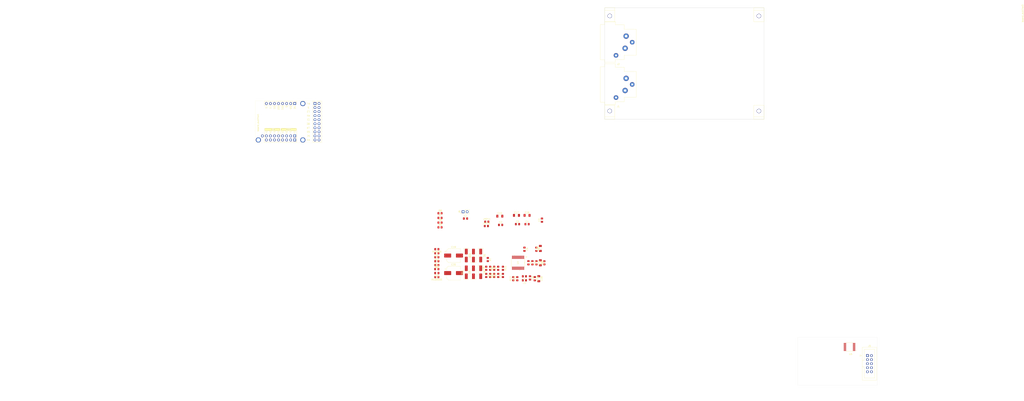
<source format=kicad_pcb>
(kicad_pcb (version 20241229) (generator "pcbnew") (generator_version "9.0")
  (layers (0 "F.Cu" signal) (2 "B.Cu" signal) (13 "F.Paste" user) (15 "B.Paste" user) (5 "F.SilkS" user "F.Silkscreen") (7 "B.SilkS" user "B.Silkscreen") (1 "F.Mask" user) (3 "B.Mask" user) (25 "Edge.Cuts" user))
  (net 0 "")
  (net 2 "34_RX8_RESET2")
  (net 3 "MCLK1+TDM1")
  (net 4 "/AUDIO_IN1P")
  (net 6 "GND")
  (net 8 "7_OUT1A+")
  (net 9 "SDA0")
  (net 12 "8_IN1")
  (net 15 "SCL0")
  (net 18 "BCLK1+TDM1")
  (net 21 "/AUDIO_OUTP")
  (net 24 "3.3V Teensy")
  (net 25 "35_TX8_RESET")
  (net 26 "/AUDIO_IN2P")
  (net 27 "/AUDIO_OUT2P")
  (net 28 "5V")
  (net 33 "LRCK1+TDM1")
  (net 42 "+48v")
  (net 43 "GNDPWR")
  (net 44 "VCC")
  (net 45 "Earth")
  (net 46 "-VA")
  (net 63 "+VA")
  (net 64 "Net-(U1-CS11)")
  (net 65 "Net-(U1-CS12)")
  (net 66 "Net-(U1-CS22)")
  (net 67 "Net-(U1-CS21)")
  (net 68 "Net-(J7-Pin_4)")
  (net 69 "Net-(C10-Pad1)")
  (net 70 "Net-(U1-VD-)")
  (net 71 "Net-(C19-Pad1)")
  (net 72 "Net-(C19-Pad2)")
  (net 73 "G")
  (net 74 "+48V")
  (net 75 "+12V")
  (net 76 "-12V")
  (net 77 "Net-(C20-Pad1)")
  (net 78 "Net-(C20-Pad2)")
  (net 79 "VIO1+")
  (net 80 "VIN1-")
  (net 81 "Net-(D6-A)")
  (net 82 "+5VA")
  (net 83 "-5VA")
  (net 84 "Net-(D8-A)")
  (net 85 "Net-(U1-VCOMIN)")
  (net 86 "SDI")
  (net 87 "SCLK")
  (net 88 "SDO")
  (net 89 "GPO3")
  (net 90 "CS")
  (net 91 "Net-(U1-VOUT+)")
  (net 92 "OVR")
  (net 93 "GPO2")
  (net 94 "Net-(U1-VIN-)")
  (net 95 "Net-(U1-VOUT-)")
  (net 96 "GPO4")
  (net 97 "Net-(U1-VIN+)")
  (net 98 "GPO1")
  (net 99 "Net-(CC1-Pad2)")
  (net 100 "Net-(CC2-Pad2)")
  (net 101 "Net-(J96-Pad2)")
  (net 102 "Net-(J97-Pad2)")
  (net 103 "Net-(J98-Pad2)")
  (net 104 "Net-(J99-Pad2)")
  (net 105 "SHIELD")
  (net 106 "Net-(R10-Pad2)")
  (net 107 "Net-(R11-Pad2)")
  (net 108 "VOUT+")
  (net 109 "VOUT-")
  (net 110 "Net-(J8-Pad2)")
  (footprint "Diode_SMD:D_SMA_Handsoldering" (layer "F.Cu") (at -67 181 90)
    (property "Reference" "D9" (at 0 -2.5 90) (layer "F.SilkS"))
    (property "Value" "~")
    (pad "1" smd roundrect (at -2.5 0 90) (size 3.5 1.8) (layers "F.Cu" "F.Mask" "F.Paste") (roundrect_rratio 0.1388888889) (net 84 "Net-(D8-A)"))
    (pad "2" smd roundrect (at 2.5 0 90) (size 3.5 1.8) (layers "F.Cu" "F.Mask" "F.Paste") (roundrect_rratio 0.1388888889) (net 83 "-5VA"))
  )
  (footprint "project_fp:R_0805_2012Metric_Pad1.20x1.40mm_HandSolder" (layer "F.Cu") (at -42 185.0375 90)
    (property "Reference" "R12" (at 0 -1.65 90) (layer "F.SilkS"))
    (property "Value" "0 ohm")
    (pad "1" smd roundrect (at -1 0 90) (size 1.2 1.4) (layers "F.Cu" "F.Mask" "F.Paste") (roundrect_rratio 0.208333) (net 108 "VOUT+"))
    (pad "2" smd roundrect (at 1 0 90) (size 1.2 1.4) (layers "F.Cu" "F.Mask" "F.Paste") (roundrect_rratio 0.208333) (net 91 "Net-(U1-VOUT+)"))
  )
  (footprint "project_fp:R_0805_2012Metric_Pad1.20x1.40mm_HandSolder" (layer "F.Cu") (at -90 174 180)
    (property "Reference" "R17" (at 0 -1.65 0) (layer "F.SilkS"))
    (property "Value" "6.81k")
    (pad "1" smd roundrect (at -1 0 180) (size 1.2 1.4) (layers "F.Cu" "F.Mask" "F.Paste") (roundrect_rratio 0.208333) (net 80 "VIN1-"))
    (pad "2" smd roundrect (at 1 0 180) (size 1.2 1.4) (layers "F.Cu" "F.Mask" "F.Paste") (roundrect_rratio 0.208333) (net 42 "+48v"))
  )
  (footprint "project_fp:R_0805_2012Metric_Pad1.20x1.40mm_HandSolder" (layer "F.Cu") (at -58.9 151.975)
    (property "Reference" "JMP10" (at 0 -1.65 0) (layer "F.SilkS"))
    (property "Value" "0")
    (pad "1" smd roundrect (at -1 0) (size 1.2 1.4) (layers "F.Cu" "F.Mask" "F.Paste") (roundrect_rratio 0.208333) (net 45 "Earth"))
    (pad "2" smd roundrect (at 1 0) (size 1.2 1.4) (layers "F.Cu" "F.Mask" "F.Paste") (roundrect_rratio 0.208333) (net 6 "GND"))
  )
  (footprint "project_fp:R_0805_2012Metric_Pad1.20x1.40mm_HandSolder" (layer "F.Cu") (at -35 183.5375 180)
    (property "Reference" "J4" (at 0 -1.65 0) (layer "F.SilkS"))
    (property "Value" "0")
    (pad "1" smd roundrect (at -1 0 180) (size 1.2 1.4) (layers "F.Cu" "F.Mask" "F.Paste") (roundrect_rratio 0.208333) (net 45 "Earth"))
    (pad "2" smd roundrect (at 1 0 180) (size 1.2 1.4) (layers "F.Cu" "F.Mask" "F.Paste") (roundrect_rratio 0.208333) (net 85 "Net-(U1-VCOMIN)"))
  )
  (footprint "project_fp:audio_project_board_outline_100x70" (layer "F.Cu") (at 115.4175 84.9081 90)
    (property "Reference" "board_outline3" (at 66.414 162.40148 270) (layer "F.SilkS"))
    (property "Value" "board_outline")
    (fp_line (start 0 -100) (end 70 -100) (stroke (width 0.12)) (layer "Edge.Cuts"))
    (fp_line (start 70 0) (end 70 -100) (stroke (width 0.12)) (layer "Edge.Cuts"))
    (fp_line (start 0 0) (end 0 -100) (stroke (width 0.12)) (layer "Edge.Cuts"))
    (fp_line (start 0 0) (end 70 0) (stroke (width 0.12)) (layer "Edge.Cuts"))
    (pad "1" thru_hole circle (at 5.1562 -3.175 270) (size 2.75 2.75) (drill 2.45) (layers "*.Cu" "*.Mask"))
    (pad "1" thru_hole circle (at 5.1751 -96.85 270) (size 2.75 2.75) (drill 2.45) (layers "*.Cu" "*.Mask"))
    (pad "1" thru_hole circle (at 64.825 -3.175 90) (size 2.75 2.75) (drill 2.45) (layers "*.Cu" "*.Mask"))
    (pad "1" thru_hole circle (at 64.85 -96.8 90) (size 2.75 2.75) (drill 2.45) (layers "*.Cu" "*.Mask"))
  )
  (footprint "project_fp:R_0805_2012Metric_Pad1.20x1.40mm_HandSolder" (layer "F.Cu") (at -51.45 183 90)
    (property "Reference" "CC1" (at 0 -1.65 90) (layer "F.SilkS"))
    (property "Value" "0")
    (pad "1" smd roundrect (at -1 0 90) (size 1.2 1.4) (layers "F.Cu" "F.Mask" "F.Paste") (roundrect_rratio 0.208333) (net 97 "Net-(U1-VIN+)"))
    (pad "2" smd roundrect (at 1 0 90) (size 1.2 1.4) (layers "F.Cu" "F.Mask" "F.Paste") (roundrect_rratio 0.208333) (net 99 "Net-(CC1-Pad2)"))
  )
  (footprint "Capacitor_SMD:C_0805_2012Metric_Pad1.18x1.45mm_HandSolder" (layer "F.Cu") (at -31.5 184.5375 -90)
    (property "Reference" "C8" (at 0 -1.68 90) (layer "F.SilkS"))
    (property "Value" "0.1uF")
    (pad "1" smd roundrect (at -1.0375 0 270) (size 1.175 1.45) (layers "F.Cu" "F.Mask" "F.Paste") (roundrect_rratio 0.212766) (net 45 "Earth"))
    (pad "2" smd roundrect (at 1.0375 0 270) (size 1.175 1.45) (layers "F.Cu" "F.Mask" "F.Paste") (roundrect_rratio 0.212766) (net 68 "Net-(J7-Pin_4)"))
  )
  (footprint "Capacitor_SMD:C_0805_2012Metric_Pad1.18x1.45mm_HandSolder" (layer "F.Cu") (at -35 166.5375 -90)
    (property "Reference" "C6" (at 0 -1.68 90) (layer "F.SilkS"))
    (property "Value" "0.1uF")
    (pad "1" smd roundrect (at -1.0375 0 270) (size 1.175 1.45) (layers "F.Cu" "F.Mask" "F.Paste") (roundrect_rratio 0.212766) (net 65 "Net-(U1-CS12)"))
    (pad "2" smd roundrect (at 1.0375 0 270) (size 1.175 1.45) (layers "F.Cu" "F.Mask" "F.Paste") (roundrect_rratio 0.212766) (net 64 "Net-(U1-CS11)"))
  )
  (footprint "Diode_SMD:D_SMA_Handsoldering" (layer "F.Cu") (at -71.5 181 90)
    (property "Reference" "D11" (at 0 -2.5 90) (layer "F.SilkS"))
    (property "Value" "S1DB")
    (pad "1" smd roundrect (at -2.5 0 90) (size 3.5 1.8) (layers "F.Cu" "F.Mask" "F.Paste") (roundrect_rratio 0.1388888889) (net 45 "Earth"))
    (pad "2" smd roundrect (at 2.5 0 90) (size 3.5 1.8) (layers "F.Cu" "F.Mask" "F.Paste") (roundrect_rratio 0.1388888889) (net 83 "-5VA"))
  )
  (footprint "project_fp:audio_module_board_outline_50x34.5_d1_mod" (layer "F.Cu") (at -162.0075 73.27 180)
    (property "Reference" "board_outline1" (at 40.25 -13.75 90) (layer "F.SilkS"))
    (property "Value" "TAC5212 Module" (hide yes))
    (fp_text user "SD" (at 19.76 -4.405 270) (layer "F.SilkS"))
    (fp_text user "IN" (at 30.8 -18 180) (layer "F.SilkS" knockout))
    (fp_text user "1+" (at 17.28 -20.005 270) (layer "F.SilkS"))
    (fp_text user "2-" (at 24.9 -20.1 270) (layer "F.SilkS"))
    (fp_text user "OUT" (at 21.2 -18 180) (layer "F.SilkS" knockout))
    (fp_text user "IO2" (at 27.38 -4.5 270) (layer "F.SilkS"))
    (fp_text user "RX" (at 8.64 -9.335 180) (layer "F.SilkS"))
    (fp_text user "G" (at 35 -4.405 270) (layer "F.SilkS"))
    (fp_text user "IO1" (at 24.84 -4.5 270) (layer "F.SilkS"))
    (fp_text user "1-" (at 29.98 -20.005 270) (layer "F.SilkS"))
    (fp_text user "R" (at 8.05 -1.8 180) (layer "F.SilkS"))
    (fp_text user "2-" (at 35.06 -20.005 270) (layer "F.SilkS"))
    (fp_text user "TX" (at 8.64 -11.875 180) (layer "F.SilkS"))
    (fp_text user "5" (at 8.64 -4.255 180) (layer "F.SilkS"))
    (fp_text user "G" (at 22.3 -3.805 270) (layer "F.SilkS"))
    (fp_text user "MK" (at 8.64 -24.575 180) (layer "F.SilkS"))
    (fp_text user "I1" (at 32.46 -4.405 270) (layer "F.SilkS"))
    (fp_text user "LR" (at 8.735 -16.955 180) (layer "F.SilkS"))
    (fp_text user "SC" (at 8.64 -22.035 180) (layer "F.SilkS"))
    (fp_text user "12" (at 8.64 -6.795 180) (layer "F.SilkS"))
    (fp_text user "SD" (at 8.64 -19.495 180) (layer "F.SilkS"))
    (fp_text user "SC" (at 17.22 -4.405 270) (layer "F.SilkS"))
    (fp_text user "O1" (at 29.92 -4.405 270) (layer "F.SilkS"))
    (fp_text user "1+" (at 27.44 -20.1 270) (layer "F.SilkS"))
    (fp_text user "2+" (at 32.52 -20.005 270) (layer "F.SilkS"))
    (fp_text user "1-" (at 19.82 -20.005 270) (layer "F.SilkS"))
    (fp_text user "2+" (at 22.36 -20.005 270) (layer "F.SilkS"))
    (fp_text user "BC" (at 8.735 -14.415 180) (layer "F.SilkS"))
    (pad "1" thru_hole rect (at 4.505 -1.805) (size 1.7 1.7) (drill 1) (layers "*.Cu" "*.Mask") (net 25 "35_TX8_RESET"))
    (pad "2" thru_hole oval (at 1.965 -1.805) (size 1.7 1.7) (drill 1) (layers "*.Cu" "*.Mask") (net 2 "34_RX8_RESET2"))
    (pad "3" thru_hole oval (at 4.505 -4.345) (size 1.7 1.7) (drill 1) (layers "*.Cu" "*.Mask") (net 28 "5V"))
    (pad "4" thru_hole oval (at 1.965 -4.345) (size 1.7 1.7) (drill 1) (layers "*.Cu" "*.Mask") (net 24 "3.3V Teensy"))
    (pad "5" thru_hole oval (at 4.505 -6.885) (size 1.7 1.7) (drill 1) (layers "*.Cu" "*.Mask"))
    (pad "6" thru_hole oval (at 1.965 -6.885) (size 1.7 1.7) (drill 1) (layers "*.Cu" "*.Mask") (net 6 "GND"))
    (pad "7" thru_hole oval (at 4.505 -9.425) (size 1.7 1.7) (drill 1) (layers "*.Cu" "*.Mask") (net 8 "7_OUT1A+"))
    (pad "8" thru_hole oval (at 1.965 -9.425) (size 1.7 1.7) (drill 1) (layers "*.Cu" "*.Mask") (net 6 "GND"))
    (pad "9" thru_hole oval (at 4.505 -11.965) (size 1.7 1.7) (drill 1) (layers "*.Cu" "*.Mask") (net 12 "8_IN1"))
    (pad "10" thru_hole oval (at 1.965 -11.965) (size 1.7 1.7) (drill 1) (layers "*.Cu" "*.Mask") (net 6 "GND"))
    (pad "11" thru_hole oval (at 4.505 -14.505) (size 1.7 1.7) (drill 1) (layers "*.Cu" "*.Mask") (net 18 "BCLK1+TDM1"))
    (pad "12" thru_hole oval (at 1.965 -14.505) (size 1.7 1.7) (drill 1) (layers "*.Cu" "*.Mask") (net 6 "GND"))
    (pad "13" thru_hole oval (at 4.505 -17.045) (size 1.7 1.7) (drill 1) (layers "*.Cu" "*.Mask") (net 33 "LRCK1+TDM1"))
    (pad "14" thru_hole oval (at 1.965 -17.045) (size 1.7 1.7) (drill 1) (layers "*.Cu" "*.Mask") (net 6 "GND"))
    (pad "15" thru_hole oval (at 4.505 -19.585) (size 1.7 1.7) (drill 1) (layers "*.Cu" "*.Mask") (net 9 "SDA0"))
    (pad "16" thru_hole oval (at 1.965 -19.585) (size 1.7 1.7) (drill 1) (layers "*.Cu" "*.Mask") (net 6 "GND"))
    (pad "17" thru_hole oval (at 4.505 -22.125) (size 1.7 1.7) (drill 1) (layers "*.Cu" "*.Mask") (net 15 "SCL0"))
    (pad "18" thru_hole oval (at 1.965 -22.125) (size 1.7 1.7) (drill 1) (layers "*.Cu" "*.Mask") (net 6 "GND"))
    (pad "19" thru_hole oval (at 4.505 -24.665) (size 1.7 1.7) (drill 1) (layers "*.Cu" "*.Mask") (net 3 "MCLK1+TDM1"))
    (pad "20" thru_hole oval (at 1.965 -24.665) (size 1.7 1.7) (drill 1) (layers "*.Cu" "*.Mask") (net 6 "GND"))
    (pad "21" thru_hole rect (at 17.215 -22.12 270) (size 1.7 1.7) (drill 1) (layers "*.Cu" "*.Mask") (net 21 "/AUDIO_OUTP"))
    (pad "22" thru_hole rect (at 17.215 -24.66 270) (size 1.7 1.7) (drill 1) (layers "*.Cu" "*.Mask") (net 6 "GND"))
    (pad "23" thru_hole oval (at 19.755 -22.12 270) (size 1.7 1.7) (drill 1) (layers "*.Cu" "*.Mask"))
    (pad "24" thru_hole oval (at 19.755 -24.66 270) (size 1.7 1.7) (drill 1) (layers "*.Cu" "*.Mask") (net 6 "GND"))
    (pad "25" thru_hole oval (at 22.295 -22.12 270) (size 1.7 1.7) (drill 1) (layers "*.Cu" "*.Mask") (net 27 "/AUDIO_OUT2P"))
    (pad "26" thru_hole oval (at 22.295 -24.66 270) (size 1.7 1.7) (drill 1) (layers "*.Cu" "*.Mask") (net 6 "GND"))
    (pad "27" thru_hole oval (at 24.835 -22.12 270) (size 1.7 1.7) (drill 1) (layers "*.Cu" "*.Mask"))
    (pad "28" thru_hole oval (at 24.835 -24.66 270) (size 1.7 1.7) (drill 1) (layers "*.Cu" "*.Mask") (net 6 "GND"))
    (pad "29" thru_hole oval (at 27.375 -22.12 270) (size 1.7 1.7) (drill 1) (layers "*.Cu" "*.Mask") (net 4 "/AUDIO_IN1P"))
    (pad "30" thru_hole oval (at 27.375 -24.66 270) (size 1.7 1.7) (drill 1) (layers "*.Cu" "*.Mask") (net 6 "GND"))
    (pad "31" thru_hole oval (at 29.915 -22.12 270) (size 1.7 1.7) (drill 1) (layers "*.Cu" "*.Mask"))
    (pad "32" thru_hole oval (at 29.915 -24.66 270) (size 1.7 1.7) (drill 1) (layers "*.Cu" "*.Mask") (net 6 "GND"))
    (pad "33" thru_hole oval (at 32.455 -22.12 270) (size 1.7 1.7) (drill 1) (layers "*.Cu" "*.Mask") (net 26 "/AUDIO_IN2P"))
    (pad "34" thru_hole oval (at 32.455 -24.66 270) (size 1.7 1.7) (drill 1) (layers "*.Cu" "*.Mask") (net 6 "GND"))
    (pad "35" thru_hole oval (at 34.995 -22.12 270) (size 1.7 1.7) (drill 1) (layers "*.Cu" "*.Mask"))
    (pad "36" thru_hole oval (at 34.995 -24.66 270) (size 1.7 1.7) (drill 1) (layers "*.Cu" "*.Mask") (net 6 "GND"))
    (pad "37" thru_hole rect (at 17.215 -1.8 270) (size 1.7 1.7) (drill 1) (layers "*.Cu" "*.Mask"))
    (pad "38" thru_hole oval (at 19.755 -1.8 270) (size 1.7 1.7) (drill 1) (layers "*.Cu" "*.Mask"))
    (pad "39" thru_hole oval (at 22.295 -1.8 270) (size 1.7 1.7) (drill 1) (layers "*.Cu" "*.Mask"))
    (pad "40" thru_hole oval (at 24.835 -1.8 270) (size 1.7 1.7) (drill 1) (layers "*.Cu" "*.Mask"))
    (pad "41" thru_hole oval (at 27.375 -1.8 270) (size 1.7 1.7) (drill 1) (layers "*.Cu" "*.Mask"))
    (pad "42" thru_hole oval (at 29.915 -1.8 270) (size 1.7 1.7) (drill 1) (layers "*.Cu" "*.Mask"))
    (pad "43" thru_hole oval (at 32.455 -1.8 270) (size 1.7 1.7) (drill 1) (layers "*.Cu" "*.Mask"))
    (pad "44" thru_hole oval (at 34.995 -1.8 270) (size 1.7 1.7) (drill 1) (layers "*.Cu" "*.Mask"))
    (pad "48" thru_hole oval (at 37.52 -22.12 270) (size 1.7 1.7) (drill 1) (layers "*.Cu" "*.Mask"))
    (pad "49" thru_hole circle (at 12.12 -24.66 180) (size 3.2 3.2) (drill 2.2) (layers "*.Cu" "*.Mask"))
    (pad "50" thru_hole circle (at 40.06 -24.66 180) (size 3.2 3.2) (drill 2.2) (layers "*.Cu" "*.Mask"))
    (pad "51" thru_hole circle (at 12.12 -1.8 180) (size 3.2 3.2) (drill 2.2) (layers "*.Cu" "*.Mask") (net 6 "GND"))
  )
  (footprint "project_fp:R_0805_2012Metric_Pad1.20x1.40mm_HandSolder" (layer "F.Cu") (at -48.5 178.5 -90)
    (property "Reference" "R15" (at 0 -1.65 90) (layer "F.SilkS"))
    (property "Value" "0")
    (pad "1" smd roundrect (at -1 0 270) (size 1.2 1.4) (layers "F.Cu" "F.Mask" "F.Paste") (roundrect_rratio 0.208333) (net 100 "Net-(CC2-Pad2)"))
    (pad "2" smd roundrect (at 1 0 270) (size 1.2 1.4) (layers "F.Cu" "F.Mask" "F.Paste") (roundrect_rratio 0.208333) (net 107 "Net-(R11-Pad2)"))
  )
  (footprint "project_fp:R_0805_2012Metric_Pad1.20x1.40mm_HandSolder" (layer "F.Cu") (at -58.65 149.275)
    (property "Reference" "JMP11" (at 0 -1.65 0) (layer "F.SilkS"))
    (property "Value" "0")
    (pad "1" smd roundrect (at -1 0) (size 1.2 1.4) (layers "F.Cu" "F.Mask" "F.Paste") (roundrect_rratio 0.208333) (net 105 "SHIELD"))
    (pad "2" smd roundrect (at 1 0) (size 1.2 1.4) (layers "F.Cu" "F.Mask" "F.Paste") (roundrect_rratio 0.208333) (net 6 "GND"))
  )
  (footprint "project_fp:R_0805_2012Metric_Pad1.20x1.40mm_HandSolder" (layer "F.Cu") (at -51.5 178.5 90)
    (property "Reference" "J8" (at 0 -1.65 90) (layer "F.SilkS"))
    (property "Value" "0")
    (pad "1" smd roundrect (at -1 0 90) (size 1.2 1.4) (layers "F.Cu" "F.Mask" "F.Paste") (roundrect_rratio 0.208333) (net 45 "Earth"))
    (pad "2" smd roundrect (at 1 0 90) (size 1.2 1.4) (layers "F.Cu" "F.Mask" "F.Paste") (roundrect_rratio 0.208333) (net 110 "Net-(J8-Pad2)"))
  )
  (footprint "Connector_PinHeader_2.54mm:PinHeader_1x02_P2.54mm_Vertical" (layer "F.Cu") (at -73.5 143 90)
    (property "Reference" "J6" (at 0 -2.38 90) (layer "F.SilkS"))
    (property "Value" "Conn_01x02")
    (pad "1" thru_hole rect (at 0 0 90) (size 1.7 1.7) (drill 1) (layers "*.Cu" "*.Mask") (net 42 "+48v"))
    (pad "2" thru_hole circle (at 0 2.54 90) (size 1.7 1.7) (drill 1) (layers "*.Cu" "*.Mask") (net 43 "GNDPWR"))
  )
  (footprint "Connector_IDC:IDC-Header_2x05_P2.54mm_Vertical" (layer "F.Cu") (at 180.36 233.3075)
    (property "Reference" "J5" (at 1.27 -6.1 0) (layer "F.SilkS"))
    (property "Value" "Conn_02x05_Odd_Even")
    (pad "1" thru_hole roundrect (at 0 0) (size 1.7 1.7) (drill 1) (layers "*.Cu" "*.Mask") (roundrect_rratio 0.147059) (net 75 "+12V"))
    (pad "2" thru_hole circle (at 2.54 0) (size 1.7 1.7) (drill 1) (layers "*.Cu" "*.Mask") (net 73 "G"))
    (pad "3" thru_hole circle (at 0 2.54) (size 1.7 1.7) (drill 1) (layers "*.Cu" "*.Mask") (net 75 "+12V"))
    (pad "4" thru_hole circle (at 2.54 2.54) (size 1.7 1.7) (drill 1) (layers "*.Cu" "*.Mask") (net 73 "G"))
    (pad "5" thru_hole circle (at 0 5.08) (size 1.7 1.7) (drill 1) (layers "*.Cu" "*.Mask") (net 76 "-12V"))
    (pad "6" thru_hole circle (at 2.54 5.08) (size 1.7 1.7) (drill 1) (layers "*.Cu" "*.Mask") (net 73 "G"))
    (pad "7" thru_hole circle (at 0 7.62) (size 1.7 1.7) (drill 1) (layers "*.Cu" "*.Mask") (net 76 "-12V"))
    (pad "8" thru_hole circle (at 2.54 7.62) (size 1.7 1.7) (drill 1) (layers "*.Cu" "*.Mask") (net 73 "G"))
    (pad "9" thru_hole circle (at 0 10.16) (size 1.7 1.7) (drill 1) (layers "*.Cu" "*.Mask") (net 74 "+48V"))
    (pad "10" thru_hole circle (at 2.54 10.16) (size 1.7 1.7) (drill 1) (layers "*.Cu" "*.Mask") (net 74 "+48V"))
  )
  (footprint "project_fp:R_0805_2012Metric_Pad1.20x1.40mm_HandSolder" (layer "F.Cu") (at -59 183 -90)
    (property "Reference" "R5" (at 0 -1.65 90) (layer "F.SilkS"))
    (property "Value" "N/C")
    (pad "1" smd roundrect (at -1 0 270) (size 1.2 1.4) (layers "F.Cu" "F.Mask" "F.Paste") (roundrect_rratio 0.208333) (net 110 "Net-(J8-Pad2)"))
    (pad "2" smd roundrect (at 1 0 270) (size 1.2 1.4) (layers "F.Cu" "F.Mask" "F.Paste") (roundrect_rratio 0.208333) (net 106 "Net-(R10-Pad2)"))
  )
  (footprint "Capacitor_SMD:C_0805_2012Metric_Pad1.18x1.45mm_HandSolder" (layer "F.Cu") (at -30 175.0375 -90)
    (property "Reference" "C11" (at 0 -1.68 90) (layer "F.SilkS"))
    (property "Value" "0.1uF")
    (pad "1" smd roundrect (at -1.0375 0 270) (size 1.175 1.45) (layers "F.Cu" "F.Mask" "F.Paste") (roundrect_rratio 0.212766) (net 45 "Earth"))
    (pad "2" smd roundrect (at 1.0375 0 270) (size 1.175 1.45) (layers "F.Cu" "F.Mask" "F.Paste") (roundrect_rratio 0.212766) (net 46 "-VA"))
  )
  (footprint "Capacitor_SMD:C_1206_3216Metric_Pad1.33x1.80mm_HandSolder" (layer "F.Cu") (at -25 166.0375 90)
    (property "Reference" "C26" (at 0 -1.85 90) (layer "F.SilkS"))
    (property "Value" "4.7uF")
    (pad "1" smd roundrect (at -1.5625 0 90) (size 1.325 1.8) (layers "F.Cu" "F.Mask" "F.Paste") (roundrect_rratio 0.188679) (net 63 "+VA"))
    (pad "2" smd roundrect (at 1.5625 0 90) (size 1.325 1.8) (layers "F.Cu" "F.Mask" "F.Paste") (roundrect_rratio 0.188679) (net 45 "Earth"))
  )
  (footprint "Capacitor_SMD:C_1206_3216Metric_Pad1.33x1.80mm_HandSolder" (layer "F.Cu") (at -50.4625 145.775)
    (property "Reference" "C15" (at 0 -1.85 0) (layer "F.SilkS"))
    (property "Value" "47uF")
    (pad "1" smd roundrect (at -1.5625 0) (size 1.325 1.8) (layers "F.Cu" "F.Mask" "F.Paste") (roundrect_rratio 0.188679) (net 44 "VCC"))
    (pad "2" smd roundrect (at 1.5625 0) (size 1.325 1.8) (layers "F.Cu" "F.Mask" "F.Paste") (roundrect_rratio 0.188679) (net 6 "GND"))
  )
  (footprint "Capacitor_SMD:C_1206_3216Metric_Pad1.33x1.80mm_HandSolder" (layer "F.Cu") (at -25 175.0375 -90)
    (property "Reference" "C27" (at 0 -1.85 90) (layer "F.SilkS"))
    (property "Value" "4.7uF")
    (pad "1" smd roundrect (at -1.5625 0 270) (size 1.325 1.8) (layers "F.Cu" "F.Mask" "F.Paste") (roundrect_rratio 0.188679) (net 45 "Earth"))
    (pad "2" smd roundrect (at 1.5625 0 270) (size 1.325 1.8) (layers "F.Cu" "F.Mask" "F.Paste") (roundrect_rratio 0.188679) (net 46 "-VA"))
  )
  (footprint "project_fp:R_0805_2012Metric_Pad1.20x1.40mm_HandSolder" (layer "F.Cu") (at -59 178.5 90)
    (property "Reference" "R8" (at 0 -1.65 90) (layer "F.SilkS"))
    (property "Value" "10")
    (pad "1" smd roundrect (at -1 0 90) (size 1.2 1.4) (layers "F.Cu" "F.Mask" "F.Paste") (roundrect_rratio 0.208333) (net 78 "Net-(C20-Pad2)"))
    (pad "2" smd roundrect (at 1 0 90) (size 1.2 1.4) (layers "F.Cu" "F.Mask" "F.Paste") (roundrect_rratio 0.208333) (net 84 "Net-(D8-A)"))
  )
  (footprint "project_fp:R_0805_2012Metric_Pad1.20x1.40mm_HandSolder" (layer "F.Cu") (at -22.5 175.0375 90)
    (property "Reference" "R9" (at 0 -1.65 90) (layer "F.SilkS"))
    (property "Value" "10")
    (pad "1" smd roundrect (at -1 0 90) (size 1.2 1.4) (layers "F.Cu" "F.Mask" "F.Paste") (roundrect_rratio 0.208333) (net 46 "-VA"))
    (pad "2" smd roundrect (at 1 0 90) (size 1.2 1.4) (layers "F.Cu" "F.Mask" "F.Paste") (roundrect_rratio 0.208333) (net 70 "Net-(U1-VD-)"))
  )
  (footprint "project_fp:R_0805_2012Metric_Pad1.20x1.40mm_HandSolder" (layer "F.Cu") (at -90 176.5 180)
    (property "Reference" "R4" (at 0 -1.65 0) (layer "F.SilkS"))
    (property "Value" "R_Small")
    (pad "1" smd roundrect (at -1 0 180) (size 1.2 1.4) (layers "F.Cu" "F.Mask" "F.Paste") (roundrect_rratio 0.208333) (net 80 "VIN1-"))
    (pad "2" smd roundrect (at 1 0 180) (size 1.2 1.4) (layers "F.Cu" "F.Mask" "F.Paste") (roundrect_rratio 0.208333) (net 79 "VIO1+"))
  )
  (footprint "Capacitor_SMD:C_1206_3216Metric_Pad1.33x1.80mm_HandSolder" (layer "F.Cu") (at -26 185.0375 -90)
    (property "Reference" "C18" (at 0 -1.85 90) (layer "F.SilkS"))
    (property "Value" "4.7uF")
    (pad "1" smd roundrect (at -1.5625 0 270) (size 1.325 1.8) (layers "F.Cu" "F.Mask" "F.Paste") (roundrect_rratio 0.188679) (net 6 "GND"))
    (pad "2" smd roundrect (at 1.5625 0 270) (size 1.325 1.8) (layers "F.Cu" "F.Mask" "F.Paste") (roundrect_rratio 0.188679) (net 70 "Net-(U1-VD-)"))
  )
  (footprint "Capacitor_SMD:C_0805_2012Metric_Pad1.18x1.45mm_HandSolder" (layer "F.Cu") (at -28.5 185.0375 -90)
    (property "Reference" "C13" (at 0 -1.68 90) (layer "F.SilkS"))
    (property "Value" "0.1uF")
    (pad "1" smd roundrect (at -1.0375 0 270) (size 1.175 1.45) (layers "F.Cu" "F.Mask" "F.Paste") (roundrect_rratio 0.212766) (net 6 "GND"))
    (pad "2" smd roundrect (at 1.0375 0 270) (size 1.175 1.45) (layers "F.Cu" "F.Mask" "F.Paste") (roundrect_rratio 0.212766) (net 70 "Net-(U1-VD-)"))
  )
  (footprint "Capacitor_SMD:C_0805_2012Metric_Pad1.18x1.45mm_HandSolder" (layer "F.Cu") (at -32.5 175.0375 -90)
    (property "Reference" "C7" (at 0 -1.68 90) (layer "F.SilkS"))
    (property "Value" "0.1uF")
    (pad "1" smd roundrect (at -1.0375 0 270) (size 1.175 1.45) (layers "F.Cu" "F.Mask" "F.Paste") (roundrect_rratio 0.212766) (net 66 "Net-(U1-CS22)"))
    (pad "2" smd roundrect (at 1.0375 0 270) (size 1.175 1.45) (layers "F.Cu" "F.Mask" "F.Paste") (roundrect_rratio 0.212766) (net 67 "Net-(U1-CS21)"))
  )
  (footprint "Capacitor_SMD:C_0805_2012Metric_Pad1.18x1.45mm_HandSolder" (layer "F.Cu") (at -90 181.5 180)
    (property "Reference" "C22" (at 0 -1.68 0) (layer "F.SilkS"))
    (property "Value" "1000pf")
    (pad "1" smd roundrect (at -1.0375 0 180) (size 1.175 1.45) (layers "F.Cu" "F.Mask" "F.Paste") (roundrect_rratio 0.212766) (net 80 "VIN1-"))
    (pad "2" smd roundrect (at 1.0375 0 180) (size 1.175 1.45) (layers "F.Cu" "F.Mask" "F.Paste") (roundrect_rratio 0.212766) (net 69 "Net-(C10-Pad1)"))
  )
  (footprint "project_fp:R_0805_2012Metric_Pad1.20x1.40mm_HandSolder" (layer "F.Cu") (at -90 166.5 180)
    (property "Reference" "R10000" (at 0 -1.65 0) (layer "F.SilkS"))
    (property "Value" "10")
    (pad "1" smd roundrect (at -1 0 180) (size 1.2 1.4) (layers "F.Cu" "F.Mask" "F.Paste") (roundrect_rratio 0.208333) (net 79 "VIO1+"))
    (pad "2" smd roundrect (at 1 0 180) (size 1.2 1.4) (layers "F.Cu" "F.Mask" "F.Paste") (roundrect_rratio 0.208333) (net 71 "Net-(C19-Pad1)"))
  )
  (footprint "project_fp:R_0805_2012Metric_Pad1.20x1.40mm_HandSolder" (layer "F.Cu") (at -88 152.775)
    (property "Reference" "J99" (at 0 -1.65 0) (layer "F.SilkS"))
    (property "Value" "0 ohm")
    (pad "1" smd roundrect (at -1 0) (size 1.2 1.4) (layers "F.Cu" "F.Mask" "F.Paste") (roundrect_rratio 0.208333) (net 6 "GND"))
    (pad "2" smd roundrect (at 1 0) (size 1.2 1.4) (layers "F.Cu" "F.Mask" "F.Paste") (roundrect_rratio 0.208333) (net 104 "Net-(J99-Pad2)"))
  )
  (footprint "project_fp:R_0805_2012Metric_Pad1.20x1.40mm_HandSolder" (layer "F.Cu") (at -88 149.825)
    (property "Reference" "J98" (at 0 -1.65 0) (layer "F.SilkS"))
    (property "Value" "0 ohm")
    (pad "1" smd roundrect (at -1 0) (size 1.2 1.4) (layers "F.Cu" "F.Mask" "F.Paste") (roundrect_rratio 0.208333) (net 6 "GND"))
    (pad "2" smd roundrect (at 1 0) (size 1.2 1.4) (layers "F.Cu" "F.Mask" "F.Paste") (roundrect_rratio 0.208333) (net 103 "Net-(J98-Pad2)"))
  )
  (footprint "Capacitor_SMD:C_0805_2012Metric_Pad1.18x1.45mm_HandSolder" (layer "F.Cu") (at -27.5 166.5375 -90)
    (property "Reference" "C9" (at 0 -1.68 90) (layer "F.SilkS"))
    (property "Value" "0.1uF")
    (pad "1" smd roundrect (at -1.0375 0 270) (size 1.175 1.45) (layers "F.Cu" "F.Mask" "F.Paste") (roundrect_rratio 0.212766) (net 45 "Earth"))
    (pad "2" smd roundrect (at 1.0375 0 270) (size 1.175 1.45) (layers "F.Cu" "F.Mask" "F.Paste") (roundrect_rratio 0.212766) (net 63 "+VA"))
  )
  (footprint "Capacitor_SMD:C_0805_2012Metric_Pad1.18x1.45mm_HandSolder" (layer "F.Cu") (at -24 148.275 90)
    (property "Reference" "C3" (at 0 -1.68 90) (layer "F.SilkS"))
    (property "Value" "0.1uF")
    (pad "1" smd roundrect (at -1.0375 0 90) (size 1.175 1.45) (layers "F.Cu" "F.Mask" "F.Paste") (roundrect_rratio 0.212766) (net 45 "Earth"))
    (pad "2" smd roundrect (at 1.0375 0 90) (size 1.175 1.45) (layers "F.Cu" "F.Mask" "F.Paste") (roundrect_rratio 0.212766) (net 43 "GNDPWR"))
  )
  (footprint "Capacitor_SMD:CP_Elec_8x10.5" (layer "F.Cu") (at -79.5 170.5)
    (property "Reference" "C19" (at 0 -5.3 0) (layer "F.SilkS"))
    (property "Value" "47uF")
    (pad "1" smd roundrect (at -3.7 0) (size 4.4 2.5) (layers "F.Cu" "F.Mask" "F.Paste") (roundrect_rratio 0.1) (net 71 "Net-(C19-Pad1)"))
    (pad "2" smd roundrect (at 3.7 0) (size 4.4 2.5) (layers "F.Cu" "F.Mask" "F.Paste") (roundrect_rratio 0.1) (net 72 "Net-(C19-Pad2)"))
  )
  (footprint "project_fp:audio_project_board_outline_50x30" (layer "F.Cu") (at 136.6125 251.8875)
    (property "Reference" "board_outline2")
    (property "Value" "board_outline" (hide yes))
    (fp_rect (start 0 -30) (end 50 0) (stroke (width 0.05)) (fill no) (layer "Edge.Cuts"))
  )
  (footprint "Capacitor_SMD:C_0805_2012Metric_Pad1.18x1.45mm_HandSolder" (layer "F.Cu") (at -72 147.275)
    (property "Reference" "C1" (at 0 -1.68 0) (layer "F.SilkS"))
    (property "Value" "0.1uF")
    (pad "1" smd roundrect (at -1.0375 0) (size 1.175 1.45) (layers "F.Cu" "F.Mask" "F.Paste") (roundrect_rratio 0.212766) (net 42 "+48v"))
    (pad "2" smd roundrect (at 1.0375 0) (size 1.175 1.45) (layers "F.Cu" "F.Mask" "F.Paste") (roundrect_rratio 0.212766) (net 43 "GNDPWR"))
  )
  (footprint "project_fp:R_0805_2012Metric_Pad1.20x1.40mm_HandSolder" (layer "F.Cu") (at -39.5 185.0375 90)
    (property "Reference" "R13" (at 0 -1.65 90) (layer "F.SilkS"))
    (property "Value" "0 ohm")
    (pad "1" smd roundrect (at -1 0 90) (size 1.2 1.4) (layers "F.Cu" "F.Mask" "F.Paste") (roundrect_rratio 0.208333) (net 109 "VOUT-"))
    (pad "2" smd roundrect (at 1 0 90) (size 1.2 1.4) (layers "F.Cu" "F.Mask" "F.Paste") (roundrect_rratio 0.208333) (net 95 "Net-(U1-VOUT-)"))
  )
  (footprint "project_fp:R_0805_2012Metric_Pad1.20x1.40mm_HandSolder" (layer "F.Cu") (at -88 143.925)
    (property "Reference" "J96" (at 0 -1.65 0) (layer "F.SilkS"))
    (property "Value" "0 ohm")
    (pad "1" smd roundrect (at -1 0) (size 1.2 1.4) (layers "F.Cu" "F.Mask" "F.Paste") (roundrect_rratio 0.208333) (net 6 "GND"))
    (pad "2" smd roundrect (at 1 0) (size 1.2 1.4) (layers "F.Cu" "F.Mask" "F.Paste") (roundrect_rratio 0.208333) (net 101 "Net-(J96-Pad2)"))
  )
  (footprint "project_fp:R_0805_2012Metric_Pad1.20x1.40mm_HandSolder" (layer "F.Cu") (at -56.5 183 -90)
    (property "Reference" "R10" (at 0 -1.65 90) (layer "F.SilkS"))
    (property "Value" "0")
    (pad "1" smd roundrect (at -1 0 270) (size 1.2 1.4) (layers "F.Cu" "F.Mask" "F.Paste") (roundrect_rratio 0.208333) (net 81 "Net-(D6-A)"))
    (pad "2" smd roundrect (at 1 0 270) (size 1.2 1.4) (layers "F.Cu" "F.Mask" "F.Paste") (roundrect_rratio 0.208333) (net 106 "Net-(R10-Pad2)"))
  )
  (footprint "Capacitor_SMD:C_0805_2012Metric_Pad1.18x1.45mm_HandSolder" (layer "F.Cu") (at -90.0375 179)
    (property "Reference" "C10" (at 0 -1.68 0) (layer "F.SilkS"))
    (property "Value" "1000pf")
    (pad "1" smd roundrect (at -1.0375 0) (size 1.175 1.45) (layers "F.Cu" "F.Mask" "F.Paste") (roundrect_rratio 0.212766) (net 69 "Net-(C10-Pad1)"))
    (pad "2" smd roundrect (at 1.0375 0) (size 1.175 1.45) (layers "F.Cu" "F.Mask" "F.Paste") (roundrect_rratio 0.212766) (net 43 "GNDPWR"))
  )
  (footprint "Capacitor_SMD:C_0805_2012Metric_Pad1.18x1.45mm_HandSolder" (layer "F.Cu") (at -27.5 175.0375 -90)
    (property "Reference" "C12" (at 0 -1.68 90) (layer "F.SilkS"))
    (property "Value" "0.1uF")
    (pad "1" smd roundrect (at -1.0375 0 270) (size 1.175 1.45) (layers "F.Cu" "F.Mask" "F.Paste") (roundrect_rratio 0.212766) (net 45 "Earth"))
    (pad "2" smd roundrect (at 1.0375 0 270) (size 1.175 1.45) (layers "F.Cu" "F.Mask" "F.Paste") (roundrect_rratio 0.212766) (net 46 "-VA"))
  )
  (footprint "Capacitor_SMD:C_0805_2012Metric_Pad1.18x1.45mm_HandSolder" (layer "F.Cu") (at -49.9625 151.275)
    (property "Reference" "C2" (at 0 -1.68 0) (layer "F.SilkS"))
    (property "Value" "0.1uF")
    (pad "1" smd roundrect (at -1.0375 0) (size 1.175 1.45) (layers "F.Cu" "F.Mask" "F.Paste") (roundrect_rratio 0.212766) (net 44 "VCC"))
    (pad "2" smd roundrect (at 1.0375 0) (size 1.175 1.45) (layers "F.Cu" "F.Mask" "F.Paste") (roundrect_rratio 0.212766) (net 6 "GND"))
  )
  (footprint "project_fp:R_0805_2012Metric_Pad1.20x1.40mm_HandSolder" (layer "F.Cu") (at -88 146.875)
    (property "Reference" "J97" (at 0 -1.65 0) (layer "F.SilkS"))
    (property "Value" "0 ohm")
    (pad "1" smd roundrect (at -1 0) (size 1.2 1.4) (layers "F.Cu" "F.Mask" "F.Paste") (roundrect_rratio 0.208333) (net 6 "GND"))
    (pad "2" smd roundrect (at 1 0) (size 1.2 1.4) (layers "F.Cu" "F.Mask" "F.Paste") (roundrect_rratio 0.208333) (net 102 "Net-(J97-Pad2)"))
  )
  (footprint "Diode_SMD:D_SMA_Handsoldering" (layer "F.Cu") (at -67 170.5 90)
    (property "Reference" "D7" (at 0 -2.5 90) (layer "F.SilkS"))
    (property "Value" "~")
    (pad "1" smd roundrect (at -2.5 0 90) (size 3.5 1.8) (layers "F.Cu" "F.Mask" "F.Paste") (roundrect_rratio 0.1388888889) (net 81 "Net-(D6-A)"))
    (pad "2" smd roundrect (at 2.5 0 90) (size 3.5 1.8) (layers "F.Cu" "F.Mask" "F.Paste") (roundrect_rratio 0.1388888889) (net 83 "-5VA"))
  )
  (footprint "project_fp:PGA2505IDB" (layer "F.Cu") (at -39 175.0375 -90)
    (property "Reference" "U1" (at 0 0 270) (layer "F.SilkS"))
    (property "Value" "PGA2505IDB")
    (fp_text user "*" (at -3.683 -5.1498 270) (layer "F.SilkS"))
    (fp_text user "*" (at -3.683 -5.1498 90) (layer "F.SilkS"))
    (pad "1" smd rect (at -3.429 -3.574999 270) (size 2.0574 0.4318) (layers "F.Cu" "F.Mask" "F.Paste") (net 45 "Earth"))
    (pad "2" smd rect (at -3.429 -2.925 270) (size 2.0574 0.4318) (layers "F.Cu" "F.Mask" "F.Paste") (net 98 "GPO1"))
    (pad "3" smd rect (at -3.429 -2.275002 270) (size 2.0574 0.4318) (layers "F.Cu" "F.Mask" "F.Paste") (net 93 "GPO2"))
    (pad "4" smd rect (at -3.429 -1.625001 270) (size 2.0574 0.4318) (layers "F.Cu" "F.Mask" "F.Paste") (net 89 "GPO3"))
    (pad "5" smd rect (at -3.429 -0.975002 270) (size 2.0574 0.4318) (layers "F.Cu" "F.Mask" "F.Paste") (net 96 "GPO4"))
    (pad "6" smd rect (at -3.429 -0.325001 270) (size 2.0574 0.4318) (layers "F.Cu" "F.Mask" "F.Paste") (net 92 "OVR"))
    (pad "7" smd rect (at -3.429 0.324998 270) (size 2.0574 0.4318) (layers "F.Cu" "F.Mask" "F.Paste") (net 6 "GND"))
    (pad "8" smd rect (at -3.429 0.974999 270) (size 2.0574 0.4318) (layers "F.Cu" "F.Mask" "F.Paste") (net 86 "SDI"))
    (pad "9" smd rect (at -3.429 1.624998 270) (size 2.0574 0.4318) (layers "F.Cu" "F.Mask" "F.Paste") (net 90 "CS"))
    (pad "10" smd rect (at -3.429 2.274999 270) (size 2.0574 0.4318) (layers "F.Cu" "F.Mask" "F.Paste") (net 87 "SCLK"))
    (pad "11" smd rect (at -3.429 2.924998 270) (size 2.0574 0.4318) (layers "F.Cu" "F.Mask" "F.Paste") (net 88 "SDO"))
    (pad "12" smd rect (at -3.429 3.574999 270) (size 2.0574 0.4318) (layers "F.Cu" "F.Mask" "F.Paste") (net 70 "Net-(U1-VD-)"))
    (pad "13" smd rect (at 3.429 3.574999 270) (size 2.0574 0.4318) (layers "F.Cu" "F.Mask" "F.Paste") (net 46 "-VA"))
    (pad "14" smd rect (at 3.429 2.925 270) (size 2.0574 0.4318) (layers "F.Cu" "F.Mask" "F.Paste") (net 95 "Net-(U1-VOUT-)"))
    (pad "15" smd rect (at 3.429 2.274999 270) (size 2.0574 0.4318) (layers "F.Cu" "F.Mask" "F.Paste") (net 91 "Net-(U1-VOUT+)"))
    (pad "16" smd rect (at 3.429 1.625001 270) (size 2.0574 0.4318) (layers "F.Cu" "F.Mask" "F.Paste") (net 63 "+VA"))
    (pad "17" smd rect (at 3.429 0.974999 270) (size 2.0574 0.4318) (layers "F.Cu" "F.Mask" "F.Paste") (net 46 "-VA"))
    (pad "18" smd rect (at 3.429 0.325001 270) (size 2.0574 0.4318) (layers "F.Cu" "F.Mask" "F.Paste") (net 66 "Net-(U1-CS22)"))
    (pad "19" smd rect (at 3.429 -0.324998 270) (size 2.0574 0.4318) (layers "F.Cu" "F.Mask" "F.Paste") (net 67 "Net-(U1-CS21)"))
    (pad "20" smd rect (at 3.429 -0.974999 270) (size 2.0574 0.4318) (layers "F.Cu" "F.Mask" "F.Paste") (net 65 "Net-(U1-CS12)"))
    (pad "21" smd rect (at 3.429 -1.624998 270) (size 2.0574 0.4318) (layers "F.Cu" "F.Mask" "F.Paste") (net 64 "Net-(U1-CS11)"))
    (pad "22" smd rect (at 3.429 -2.274999 270) (size 2.0574 0.4318) (layers "F.Cu" "F.Mask" "F.Paste") (net 85 "Net-(U1-VCOMIN)"))
    (pad "23" smd rect (at 3.429 -2.924998 270) (size 2.0574 0.4318) (layers "F.Cu" "F.Mask" "F.Paste") (net 94 "Net-(U1-VIN-)"))
    (pad "24" smd rect (at 3.429 -3.574999 270) (size 2.0574 0.4318) (layers "F.Cu" "F.Mask" "F.Paste") (net 97 "Net-(U1-VIN+)"))
  )
  (footprint "Capacitor_SMD:C_0805_2012Metric_Pad1.18x1.45mm_HandSolder" (layer "F.Cu") (at -39.35 150.775)
    (property "Reference" "C5" (at 0 -1.68 0) (layer "F.SilkS"))
    (property "Value" "0.1uF")
    (pad "1" smd roundrect (at -1.0375 0) (size 1.175 1.45) (layers "F.Cu" "F.Mask" "F.Paste") (roundrect_rratio 0.212766) (net 45 "Earth"))
    (pad "2" smd roundrect (at 1.0375 0) (size 1.175 1.45) (layers "F.Cu" "F.Mask" "F.Paste") (roundrect_rratio 0.212766) (net 63 "+VA"))
  )
  (footprint "Capacitor_SMD:C_0805_2012Metric_Pad1.18x1.45mm_HandSolder" (layer "F.Cu") (at -33.35 150.775)
    (property "Reference" "C4" (at 0 -1.68 0) (layer "F.SilkS"))
    (property "Value" "0.1uF")
    (pad "1" smd roundrect (at -1.0375 0) (size 1.175 1.45) (layers "F.Cu" "F.Mask" "F.Paste") (roundrect_rratio 0.212766) (net 45 "Earth"))
    (pad "2" smd roundrect (at 1.0375 0) (size 1.175 1.45) (layers "F.Cu" "F.Mask" "F.Paste") (roundrect_rratio 0.212766) (net 46 "-VA"))
  )
  (footprint "project_fp:R_0805_2012Metric_Pad1.20x1.40mm_HandSolder" (layer "F.Cu") (at -54 183 90)
    (property "Reference" "R14" (at 0 -1.65 90) (layer "F.SilkS"))
    (property "Value" "0")
    (pad "1" smd roundrect (at -1 0 90) (size 1.2 1.4) (layers "F.Cu" "F.Mask" "F.Paste") (roundrect_rratio 0.208333) (net 106 "Net-(R10-Pad2)"))
    (pad "2" smd roundrect (at 1 0 90) (size 1.2 1.4) (layers "F.Cu" "F.Mask" "F.Paste") (roundrect_rratio 0.208333) (net 99 "Net-(CC1-Pad2)"))
  )
  (footprint "project_fp:Jack_XLR_Neutrik_NC3FAH2_Horizontal" (layer "F.Cu") (at 28.2175 66.8681 180)
    (property "Reference" "J1" (at 4.3 -10 0) (layer "F.SilkS"))
    (property "Value" "XLRM_NC3FAH")
    (pad "" np_thru_hole circle (at 3.81 7.62 180) (size 1.6 1.6) (drill 1.6) (layers "*.Cu" "*.Mask"))
    (pad "" np_thru_hole circle (at 8.89 0 180) (size 1.6 1.6) (drill 1.6) (layers "*.Cu" "*.Mask"))
    (pad "1" thru_hole circle (at 0 0 180) (size 3.4 3.4) (drill 1.6) (layers "*.Cu" "*.Mask"))
    (pad "2" thru_hole circle (at -0.635 7.62 180) (size 3.4 3.4) (drill 1.6) (layers "*.Cu" "*.Mask"))
    (pad "3" thru_hole circle (at -4.45 3.81 180) (size 2.9 2.9) (drill 1.2) (layers "*.Cu" "*.Mask"))
    (pad "G" thru_hole circle (at 5.72 -4.44 180) (size 2.9 2.9) (drill 1.2) (layers "*.Cu" "*.Mask"))
  )
  (footprint "project_fp:SC18IS606PWJ_SOP65P640X110-16N" (layer "F.Cu") (at 169.1125 227.8875 180)
    (property "Reference" "U5" (at -0.73 -4.512 0) (layer "F.SilkS"))
    (property "Value" "SC18IS606PWJ")
    (pad "1" smd roundrect (at -2.87 -2.275 180) (size 1.57 0.41) (layers "F.Cu" "F.Mask" "F.Paste") (roundrect_rratio 0.125))
    (pad "2" smd roundrect (at -2.87 -1.625 180) (size 1.57 0.41) (layers "F.Cu" "F.Mask" "F.Paste") (roundrect_rratio 0.125))
    (pad "3" smd roundrect (at -2.87 -0.975 180) (size 1.57 0.41) (layers "F.Cu" "F.Mask" "F.Paste") (roundrect_rratio 0.125))
    (pad "4" smd roundrect (at -2.87 -0.325 180) (size 1.57 0.41) (layers "F.Cu" "F.Mask" "F.Paste") (roundrect_rratio 0.125))
    (pad "5" smd roundrect (at -2.87 0.325 180) (size 1.57 0.41) (layers "F.Cu" "F.Mask" "F.Paste") (roundrect_rratio 0.125))
    (pad "6" smd roundrect (at -2.87 0.975 180) (size 1.57 0.41) (layers "F.Cu" "F.Mask" "F.Paste") (roundrect_rratio 0.125))
    (pad "7" smd roundrect (at -2.87 1.625 180) (size 1.57 0.41) (layers "F.Cu" "F.Mask" "F.Paste") (roundrect_rratio 0.125))
    (pad "8" smd roundrect (at -2.87 2.275 180) (size 1.57 0.41) (layers "F.Cu" "F.Mask" "F.Paste") (roundrect_rratio 0.125))
    (pad "9" smd roundrect (at 2.87 2.275 180) (size 1.57 0.41) (layers "F.Cu" "F.Mask" "F.Paste") (roundrect_rratio 0.125))
    (pad "10" smd roundrect (at 2.87 1.625 180) (size 1.57 0.41) (layers "F.Cu" "F.Mask" "F.Paste") (roundrect_rratio 0.125))
    (pad "11" smd roundrect (at 2.87 0.975 180) (size 1.57 0.41) (layers "F.Cu" "F.Mask" "F.Paste") (roundrect_rratio 0.125))
    (pad "12" smd roundrect (at 2.87 0.325 180) (size 1.57 0.41) (layers "F.Cu" "F.Mask" "F.Paste") (roundrect_rratio 0.125))
    (pad "13" smd roundrect (at 2.87 -0.325 180) (size 1.57 0.41) (layers "F.Cu" "F.Mask" "F.Paste") (roundrect_rratio 0.125))
    (pad "14" smd roundrect (at 2.87 -0.975 180) (size 1.57 0.41) (layers "F.Cu" "F.Mask" "F.Paste") (roundrect_rratio 0.125))
    (pad "15" smd roundrect (at 2.87 -1.625 180) (size 1.57 0.41) (layers "F.Cu" "F.Mask" "F.Paste") (roundrect_rratio 0.125))
    (pad "16" smd roundrect (at 2.87 -2.275 180) (size 1.57 0.41) (layers "F.Cu" "F.Mask" "F.Paste") (roundrect_rratio 0.125))
  )
  (footprint "Capacitor_SMD:C_1206_3216Metric_Pad1.33x1.80mm_HandSolder" (layer "F.Cu") (at -40 145.275)
    (property "Reference" "C17" (at 0 -1.85 0) (layer "F.SilkS"))
    (property "Value" "4.7uF")
    (pad "1" smd roundrect (at -1.5625 0) (size 1.325 1.8) (layers "F.Cu" "F.Mask" "F.Paste") (roundrect_rratio 0.188679) (net 63 "+VA"))
    (pad "2" smd roundrect (at 1.5625 0) (size 1.325 1.8) (layers "F.Cu" "F.Mask" "F.Paste") (roundrect_rratio 0.188679) (net 45 "Earth"))
  )
  (footprint "Capacitor_SMD:C_1206_3216Metric_Pad1.33x1.80mm_HandSolder" (layer "F.Cu") (at -33.35 145.275)
    (property "Reference" "C16" (at 0 -1.85 0) (layer "F.SilkS"))
    (property "Value" "4.7uF")
    (pad "1" smd roundrect (at -1.5625 0) (size 1.325 1.8) (layers "F.Cu" "F.Mask" "F.Paste") (roundrect_rratio 0.188679) (net 45 "Earth"))
    (pad "2" smd roundrect (at 1.5625 0) (size 1.325 1.8) (layers "F.Cu" "F.Mask" "F.Paste") (roundrect_rratio 0.188679) (net 46 "-VA"))
  )
  (footprint "project_fp:R_0805_2012Metric_Pad1.20x1.40mm_HandSolder" (layer "F.Cu") (at -54 178.5 90)
    (property "Reference" "R6" (at 0 -1.65 90) (layer "F.SilkS"))
    (property "Value" "N/C")
    (pad "1" smd roundrect (at -1 0 90) (size 1.2 1.4) (layers "F.Cu" "F.Mask" "F.Paste") (roundrect_rratio 0.208333) (net 107 "Net-(R11-Pad2)"))
    (pad "2" smd roundrect (at 1 0 90) (size 1.2 1.4) (layers "F.Cu" "F.Mask" "F.Paste") (roundrect_rratio 0.208333) (net 110 "Net-(J8-Pad2)"))
  )
  (footprint "project_fp:R_0805_2012Metric_Pad1.20x1.40mm_HandSolder" (layer "F.Cu") (at -90 171.5 180)
    (property "Reference" "R16" (at 0 -1.65 0) (layer "F.SilkS"))
    (property "Value" "6.81k")
    (pad "1" smd roundrect (at -1 0 180) (size 1.2 1.4) (layers "F.Cu" "F.Mask" "F.Paste") (roundrect_rratio 0.208333) (net 42 "+48v"))
    (pad "2" smd roundrect (at 1 0 180) (size 1.2 1.4) (layers "F.Cu" "F.Mask" "F.Paste") (roundrect_rratio 0.208333) (net 79 "VIO1+"))
  )
  (footprint "project_fp:R_0805_2012Metric_Pad1.20x1.40mm_HandSolder" (layer "F.Cu") (at -56.5 178.5 -90)
    (property "Reference" "R11" (at 0 -1.65 90) (layer "F.SilkS"))
    (property "Value" "0")
    (pad "1" smd roundrect (at -1 0 270) (size 1.2 1.4) (layers "F.Cu" "F.Mask" "F.Paste") (roundrect_rratio 0.208333) (net 84 "Net-(D8-A)"))
    (pad "2" smd roundrect (at 1 0 270) (size 1.2 1.4) (layers "F.Cu" "F.Mask" "F.Paste") (roundrect_rratio 0.208333) (net 107 "Net-(R11-Pad2)"))
  )
  (footprint "Diode_SMD:D_SMA_Handsoldering" (layer "F.Cu") (at -62.45 181 -90)
    (property "Reference" "D8" (at 0 -2.5 90) (layer "F.SilkS"))
    (property "Value" "~")
    (pad "1" smd roundrect (at -2.5 0 270) (size 3.5 1.8) (layers "F.Cu" "F.Mask" "F.Paste") (roundrect_rratio 0.1388888889) (net 82 "+5VA"))
    (pad "2" smd roundrect (at 2.5 0 270) (size 3.5 1.8) (layers "F.Cu" "F.Mask" "F.Paste") (roundrect_rratio 0.1388888889) (net 84 "Net-(D8-A)"))
  )
  (footprint "project_fp:Jack_XLR_Neutrik_NC3FAH2_Horizontal" (layer "F.Cu") (at 28.2175 40.3681 180)
    (property "Reference" "J2" (at 4.3 -10 0) (layer "F.SilkS"))
    (property "Value" "XLRM_NC3FAH")
    (pad "" np_thru_hole circle (at 3.81 7.62 180) (size 1.6 1.6) (drill 1.6) (layers "*.Cu" "*.Mask"))
    (pad "" np_thru_hole circle (at 8.89 0 180) (size 1.6 1.6) (drill 1.6) (layers "*.Cu" "*.Mask"))
    (pad "1" thru_hole circle (at 0 0 180) (size 3.4 3.4) (drill 1.6) (layers "*.Cu" "*.Mask"))
    (pad "2" thru_hole circle (at -0.635 7.62 180) (size 3.4 3.4) (drill 1.6) (layers "*.Cu" "*.Mask"))
    (pad "3" thru_hole circle (at -4.45 3.81 180) (size 2.9 2.9) (drill 1.2) (layers "*.Cu" "*.Mask"))
    (pad "G" thru_hole circle (at 5.72 -4.44 180) (size 2.9 2.9) (drill 1.2) (layers "*.Cu" "*.Mask"))
  )
  (footprint "project_fp:R_0805_2012Metric_Pad1.20x1.40mm_HandSolder" (layer "F.Cu") (at -58 173 -90)
    (property "Reference" "R7" (at 0 -1.65 90) (layer "F.SilkS"))
    (property "Value" "10")
    (pad "1" smd roundrect (at -1 0 270) (size 1.2 1.4) (layers "F.Cu" "F.Mask" "F.Paste") (roundrect_rratio 0.208333) (net 72 "Net-(C19-Pad2)"))
    (pad "2" smd roundrect (at 1 0 270) (size 1.2 1.4) (layers "F.Cu" "F.Mask" "F.Paste") (roundrect_rratio 0.208333) (net 81 "Net-(D6-A)"))
  )
  (footprint "project_fp:R_0805_2012Metric_Pad1.20x1.40mm_HandSolder" (layer "F.Cu") (at -90 184 180)
    (property "Reference" "R100000" (at 0 -1.65 0) (layer "F.SilkS"))
    (property "Value" "10")
    (pad "1" smd roundrect (at -1 0 180) (size 1.2 1.4) (layers "F.Cu" "F.Mask" "F.Paste") (roundrect_rratio 0.208333) (net 80 "VIN1-"))
    (pad "2" smd roundrect (at 1 0 180) (size 1.2 1.4) (layers "F.Cu" "F.Mask" "F.Paste") (roundrect_rratio 0.208333) (net 77 "Net-(C20-Pad1)"))
  )
  (footprint "Diode_SMD:D_SMA_Handsoldering" (layer "F.Cu") (at -71.5 170.5 -90)
    (property "Reference" "D10" (at 0 -2.5 90) (layer "F.SilkS"))
    (property "Value" "~")
    (pad "1" smd roundrect (at -2.5 0 270) (size 3.5 1.8) (layers "F.Cu" "F.Mask" "F.Paste") (roundrect_rratio 0.1388888889) (net 82 "+5VA"))
    (pad "2" smd roundrect (at 2.5 0 270) (size 3.5 1.8) (layers "F.Cu" "F.Mask" "F.Paste") (roundrect_rratio 0.1388888889) (net 45 "Earth"))
  )
  (footprint "Diode_SMD:D_SMA_Handsoldering" (layer "F.Cu") (at -62.45 170.5 -90)
    (property "Reference" "D6" (at 0 -2.5 90) (layer "F.SilkS"))
    (property "Value" "~")
    (pad "1" smd roundrect (at -2.5 0 270) (size 3.5 1.8) (layers "F.Cu" "F.Mask" "F.Paste") (roundrect_rratio 0.1388888889) (net 82 "+5VA"))
    (pad "2" smd roundrect (at 2.5 0 270) (size 3.5 1.8) (layers "F.Cu" "F.Mask" "F.Paste") (roundrect_rratio 0.1388888889) (net 81 "Net-(D6-A)"))
  )
  (footprint "Capacitor_SMD:CP_Elec_8x10.5" (layer "F.Cu") (at -79.5 181.5)
    (property "Reference" "C20" (at 0 -5.3 0) (layer "F.SilkS"))
    (property "Value" "47uF")
    (pad "1" smd roundrect (at -3.7 0) (size 4.4 2.5) (layers "F.Cu" "F.Mask" "F.Paste") (roundrect_rratio 0.1) (net 77 "Net-(C20-Pad1)"))
    (pad "2" smd roundrect (at 3.7 0) (size 4.4 2.5) (layers "F.Cu" "F.Mask" "F.Paste") (roundrect_rratio 0.1) (net 78 "Net-(C20-Pad2)"))
  )
  (footprint "project_fp:R_0805_2012Metric_Pad1.20x1.40mm_HandSolder" (layer "F.Cu") (at -35 186.0375 180)
    (property "Reference" "J3" (at 0 -1.65 0) (layer "F.SilkS"))
    (property "Value" "0")
    (pad "1" smd roundrect (at -1 0 180) (size 1.2 1.4) (layers "F.Cu" "F.Mask" "F.Paste") (roundrect_rratio 0.208333) (net 68 "Net-(J7-Pin_4)"))
    (pad "2" smd roundrect (at 1 0 180) (size 1.2 1.4) (layers "F.Cu" "F.Mask" "F.Paste") (roundrect_rratio 0.208333) (net 85 "Net-(U1-VCOMIN)"))
  )
  (footprint "Capacitor_SMD:C_0805_2012Metric_Pad1.18x1.45mm_HandSolder" (layer "F.Cu") (at -90 169 180)
    (property "Reference" "C21" (at 0 -1.68 0) (layer "F.SilkS"))
    (property "Value" "1000pf")
    (pad "1" smd roundrect (at -1.0375 0 180) (size 1.175 1.45) (layers "F.Cu" "F.Mask" "F.Paste") (roundrect_rratio 0.212766) (net 69 "Net-(C10-Pad1)"))
    (pad "2" smd roundrect (at 1.0375 0 180) (size 1.175 1.45) (layers "F.Cu" "F.Mask" "F.Paste") (roundrect_rratio 0.212766) (net 79 "VIO1+"))
  )
  (footprint "project_fp:R_0805_2012Metric_Pad1.20x1.40mm_HandSolder" (layer "F.Cu") (at -48.5 183 90)
    (property "Reference" "CC2" (at 0 -1.65 90) (layer "F.SilkS"))
    (property "Value" "0")
    (pad "1" smd roundrect (at -1 0 90) (size 1.2 1.4) (layers "F.Cu" "F.Mask" "F.Paste") (roundrect_rratio 0.208333) (net 94 "Net-(U1-VIN-)"))
    (pad "2" smd roundrect (at 1 0 90) (size 1.2 1.4) (layers "F.Cu" "F.Mask" "F.Paste") (roundrect_rratio 0.208333) (net 100 "Net-(CC2-Pad2)"))
  )
)
</source>
